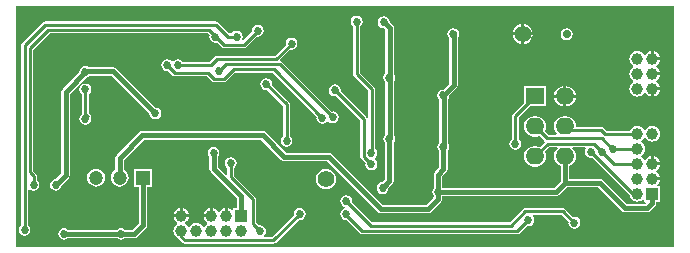
<source format=gbl>
G04 Layer_Physical_Order=2*
G04 Layer_Color=16711680*
%FSLAX24Y24*%
%MOIN*%
G70*
G01*
G75*
%ADD24C,0.0157*%
%ADD25C,0.0098*%
%ADD31C,0.0472*%
%ADD32R,0.0472X0.0472*%
%ADD33C,0.0551*%
%ADD34O,0.0620X0.0550*%
%ADD35R,0.0620X0.0550*%
%ADD36R,0.0394X0.0394*%
%ADD37C,0.0394*%
%ADD38R,0.0394X0.0394*%
%ADD39C,0.0276*%
%ADD40C,0.0270*%
%ADD41C,0.0315*%
G36*
X21989Y-4019D02*
X81D01*
Y4019D01*
X21989D01*
Y-4019D01*
D02*
G37*
%LPC*%
G36*
X2736Y-1411D02*
X2659Y-1421D01*
X2587Y-1451D01*
X2525Y-1499D01*
X2478Y-1561D01*
X2448Y-1633D01*
X2438Y-1710D01*
X2448Y-1787D01*
X2478Y-1859D01*
X2525Y-1921D01*
X2587Y-1969D01*
X2659Y-1999D01*
X2736Y-2009D01*
X2814Y-1999D01*
X2886Y-1969D01*
X2948Y-1921D01*
X2995Y-1859D01*
X3025Y-1787D01*
X3035Y-1710D01*
X3025Y-1633D01*
X2995Y-1561D01*
X2948Y-1499D01*
X2886Y-1451D01*
X2814Y-1421D01*
X2736Y-1411D01*
D02*
G37*
G36*
X10394Y-1422D02*
X10306Y-1433D01*
X10224Y-1467D01*
X10154Y-1521D01*
X10101Y-1591D01*
X10067Y-1672D01*
X10055Y-1760D01*
X10067Y-1848D01*
X10101Y-1929D01*
X10154Y-1999D01*
X10224Y-2053D01*
X10306Y-2087D01*
X10394Y-2098D01*
X10481Y-2087D01*
X10563Y-2053D01*
X10633Y-1999D01*
X10687Y-1929D01*
X10721Y-1848D01*
X10732Y-1760D01*
X10721Y-1672D01*
X10687Y-1591D01*
X10633Y-1521D01*
X10563Y-1467D01*
X10481Y-1433D01*
X10394Y-1422D01*
D02*
G37*
G36*
X12324Y3669D02*
X12248Y3654D01*
X12183Y3611D01*
X12140Y3546D01*
X12125Y3470D01*
X12140Y3394D01*
X12183Y3329D01*
X12248Y3286D01*
X12322Y3271D01*
X12379Y3215D01*
Y1771D01*
X12373Y1767D01*
X12330Y1702D01*
X12315Y1626D01*
X12330Y1550D01*
X12373Y1486D01*
X12379Y1482D01*
Y-269D01*
X12373Y-273D01*
X12330Y-338D01*
X12315Y-414D01*
X12330Y-490D01*
X12372Y-553D01*
Y-1765D01*
X12282Y-1855D01*
X12208Y-1870D01*
X12143Y-1913D01*
X12100Y-1978D01*
X12085Y-2054D01*
X12100Y-2130D01*
X12143Y-2194D01*
X12208Y-2237D01*
X12284Y-2253D01*
X12360Y-2237D01*
X12424Y-2194D01*
X12467Y-2130D01*
X12482Y-2055D01*
X12614Y-1924D01*
X12644Y-1878D01*
X12655Y-1824D01*
Y-553D01*
X12697Y-490D01*
X12713Y-414D01*
X12697Y-338D01*
X12662Y-284D01*
Y1497D01*
X12697Y1550D01*
X12713Y1626D01*
X12697Y1702D01*
X12662Y1756D01*
Y3274D01*
X12651Y3328D01*
X12620Y3374D01*
X12522Y3472D01*
X12507Y3546D01*
X12464Y3611D01*
X12400Y3654D01*
X12324Y3669D01*
D02*
G37*
G36*
X21320Y-998D02*
Y-1200D01*
X21522D01*
X21520Y-1183D01*
X21494Y-1120D01*
X21453Y-1067D01*
X21400Y-1026D01*
X21337Y-1000D01*
X21320Y-998D01*
D02*
G37*
G36*
X2380Y1429D02*
X2304Y1414D01*
X2239Y1371D01*
X2196Y1306D01*
X2181Y1230D01*
X2196Y1154D01*
X2239Y1089D01*
X2269Y1070D01*
Y410D01*
X2239Y391D01*
X2196Y326D01*
X2181Y250D01*
X2196Y174D01*
X2239Y109D01*
X2304Y66D01*
X2380Y51D01*
X2456Y66D01*
X2521Y109D01*
X2564Y174D01*
X2579Y250D01*
X2564Y326D01*
X2564Y326D01*
X2565Y334D01*
X2557Y377D01*
X2532Y413D01*
X2491Y454D01*
Y1070D01*
X2521Y1089D01*
X2564Y1154D01*
X2579Y1230D01*
X2564Y1306D01*
X2521Y1371D01*
X2456Y1414D01*
X2380Y1429D01*
D02*
G37*
G36*
X8414Y1609D02*
X8338Y1594D01*
X8273Y1551D01*
X8230Y1486D01*
X8215Y1410D01*
X8230Y1334D01*
X8273Y1269D01*
X8338Y1226D01*
X8414Y1211D01*
X8448Y1218D01*
X8972Y694D01*
Y-320D01*
X8943Y-339D01*
X8900Y-404D01*
X8885Y-480D01*
X8900Y-556D01*
X8943Y-621D01*
X9008Y-664D01*
X9084Y-679D01*
X9160Y-664D01*
X9224Y-621D01*
X9267Y-556D01*
X9283Y-480D01*
X9267Y-404D01*
X9224Y-339D01*
X9195Y-320D01*
Y740D01*
X9187Y783D01*
X9162Y819D01*
X8606Y1376D01*
X8613Y1410D01*
X8597Y1486D01*
X8554Y1551D01*
X8490Y1594D01*
X8414Y1609D01*
D02*
G37*
G36*
X17734Y1335D02*
X16994D01*
Y787D01*
X16635Y429D01*
X16611Y393D01*
X16602Y350D01*
Y-420D01*
X16573Y-439D01*
X16530Y-504D01*
X16515Y-580D01*
X16530Y-656D01*
X16573Y-721D01*
X16638Y-764D01*
X16714Y-779D01*
X16790Y-764D01*
X16854Y-721D01*
X16897Y-656D01*
X16913Y-580D01*
X16897Y-504D01*
X16854Y-439D01*
X16825Y-420D01*
Y304D01*
X17186Y665D01*
X17734D01*
Y1335D01*
D02*
G37*
G36*
X5520Y-2728D02*
X5503Y-2730D01*
X5441Y-2756D01*
X5387Y-2797D01*
X5346Y-2850D01*
X5320Y-2913D01*
X5318Y-2930D01*
X5520D01*
Y-2728D01*
D02*
G37*
G36*
X11080Y-2291D02*
X11004Y-2306D01*
X10939Y-2349D01*
X10896Y-2414D01*
X10881Y-2490D01*
X10896Y-2566D01*
X10939Y-2631D01*
X11004Y-2674D01*
X11028Y-2679D01*
Y-2729D01*
X10994Y-2736D01*
X10929Y-2779D01*
X10886Y-2844D01*
X10871Y-2920D01*
X10886Y-2996D01*
X10929Y-3061D01*
X10994Y-3104D01*
X11070Y-3119D01*
X11080Y-3117D01*
X11532Y-3569D01*
X11568Y-3593D01*
X11611Y-3601D01*
X16777D01*
X16820Y-3593D01*
X16856Y-3569D01*
X17109Y-3316D01*
X17144Y-3323D01*
X17220Y-3307D01*
X17284Y-3264D01*
X17327Y-3200D01*
X17343Y-3124D01*
X17327Y-3048D01*
X17290Y-2991D01*
X17305Y-2941D01*
X18254D01*
X18488Y-3176D01*
X18481Y-3210D01*
X18496Y-3286D01*
X18539Y-3351D01*
X18604Y-3394D01*
X18680Y-3409D01*
X18756Y-3394D01*
X18821Y-3351D01*
X18864Y-3286D01*
X18879Y-3210D01*
X18864Y-3134D01*
X18821Y-3069D01*
X18756Y-3026D01*
X18680Y-3011D01*
X18646Y-3018D01*
X18379Y-2751D01*
X18343Y-2727D01*
X18300Y-2719D01*
X17044D01*
X17044Y-2719D01*
X17001Y-2727D01*
X16965Y-2751D01*
X16965Y-2751D01*
X16518Y-3199D01*
X11946D01*
X11272Y-2524D01*
X11279Y-2490D01*
X11264Y-2414D01*
X11221Y-2349D01*
X11156Y-2306D01*
X11080Y-2291D01*
D02*
G37*
G36*
X4607Y-1414D02*
X4015D01*
Y-2006D01*
X4166D01*
Y-3228D01*
X3952Y-3441D01*
X3699D01*
X3636Y-3399D01*
X3560Y-3384D01*
X3484Y-3399D01*
X3421Y-3441D01*
X1812D01*
X1811Y-3439D01*
X1746Y-3396D01*
X1670Y-3381D01*
X1594Y-3396D01*
X1529Y-3439D01*
X1486Y-3504D01*
X1471Y-3580D01*
X1486Y-3656D01*
X1529Y-3721D01*
X1594Y-3764D01*
X1670Y-3779D01*
X1746Y-3764D01*
X1805Y-3724D01*
X3421D01*
X3484Y-3766D01*
X3560Y-3782D01*
X3636Y-3766D01*
X3699Y-3724D01*
X4011D01*
X4065Y-3713D01*
X4111Y-3683D01*
X4408Y-3386D01*
X4438Y-3340D01*
X4449Y-3286D01*
Y-2006D01*
X4607D01*
Y-1414D01*
D02*
G37*
G36*
X5620Y-2728D02*
Y-2930D01*
X5823D01*
X5820Y-2913D01*
X5794Y-2850D01*
X5753Y-2797D01*
X5700Y-2756D01*
X5637Y-2730D01*
X5620Y-2728D01*
D02*
G37*
G36*
X14644Y3275D02*
X14568Y3260D01*
X14503Y3217D01*
X14460Y3152D01*
X14445Y3076D01*
X14460Y3000D01*
X14503Y2936D01*
X14509Y2932D01*
Y1429D01*
X14307Y1228D01*
X14238Y1214D01*
X14173Y1171D01*
X14130Y1106D01*
X14115Y1030D01*
X14130Y954D01*
X14173Y889D01*
X14179Y886D01*
Y-541D01*
X14171Y-546D01*
X14128Y-610D01*
X14113Y-686D01*
X14128Y-762D01*
X14170Y-825D01*
Y-1370D01*
X14034Y-1506D01*
X14003Y-1552D01*
X13992Y-1606D01*
Y-2044D01*
X13950Y-2108D01*
X13935Y-2184D01*
X13950Y-2260D01*
X13993Y-2324D01*
X13982Y-2372D01*
X13745Y-2609D01*
X12282D01*
X10591Y-917D01*
X10545Y-886D01*
X10491Y-875D01*
X9069D01*
X8394Y-200D01*
X8348Y-169D01*
X8294Y-159D01*
X4270D01*
X4216Y-169D01*
X4170Y-200D01*
X3420Y-950D01*
X3389Y-996D01*
X3379Y-1050D01*
Y-1449D01*
X3374Y-1451D01*
X3312Y-1499D01*
X3265Y-1561D01*
X3235Y-1633D01*
X3225Y-1710D01*
X3235Y-1787D01*
X3265Y-1859D01*
X3312Y-1921D01*
X3374Y-1969D01*
X3446Y-1999D01*
X3524Y-2009D01*
X3601Y-1999D01*
X3673Y-1969D01*
X3735Y-1921D01*
X3782Y-1859D01*
X3812Y-1787D01*
X3822Y-1710D01*
X3812Y-1633D01*
X3782Y-1561D01*
X3735Y-1499D01*
X3673Y-1451D01*
X3662Y-1446D01*
Y-1109D01*
X4329Y-441D01*
X8235D01*
X8910Y-1117D01*
X8956Y-1147D01*
X9011Y-1158D01*
X10432D01*
X12124Y-2850D01*
X12170Y-2881D01*
X12224Y-2891D01*
X13804D01*
X13858Y-2881D01*
X13904Y-2850D01*
X14240Y-2514D01*
X14271Y-2468D01*
X14282Y-2414D01*
Y-2325D01*
X18060D01*
X18114Y-2314D01*
X18160Y-2284D01*
X18422Y-2021D01*
X19465D01*
X20264Y-2820D01*
X20310Y-2851D01*
X20364Y-2861D01*
X21114D01*
X21168Y-2851D01*
X21214Y-2820D01*
X21370Y-2664D01*
X21401Y-2618D01*
X21411Y-2564D01*
Y-2507D01*
X21527D01*
Y-1993D01*
X21457D01*
X21440Y-1943D01*
X21453Y-1933D01*
X21494Y-1880D01*
X21520Y-1817D01*
X21522Y-1800D01*
X21270D01*
Y-1700D01*
X21522D01*
X21520Y-1683D01*
X21494Y-1620D01*
X21453Y-1567D01*
X21402Y-1527D01*
X21398Y-1501D01*
Y-1499D01*
X21402Y-1473D01*
X21453Y-1433D01*
X21494Y-1380D01*
X21520Y-1317D01*
X21522Y-1300D01*
X21270D01*
Y-1250D01*
X21220D01*
Y-998D01*
X21203Y-1000D01*
X21140Y-1026D01*
X21087Y-1067D01*
X21047Y-1118D01*
X21021Y-1122D01*
X21019D01*
X20993Y-1118D01*
X20953Y-1067D01*
X20902Y-1027D01*
X20898Y-1001D01*
Y-999D01*
X20902Y-973D01*
X20953Y-933D01*
X20994Y-880D01*
X21020Y-817D01*
X21029Y-750D01*
X21020Y-683D01*
X20994Y-620D01*
X20953Y-567D01*
X20902Y-527D01*
X20898Y-501D01*
Y-499D01*
X20902Y-473D01*
X20953Y-433D01*
X20993Y-382D01*
X21019Y-378D01*
X21021D01*
X21047Y-382D01*
X21087Y-433D01*
X21140Y-474D01*
X21203Y-500D01*
X21270Y-509D01*
X21337Y-500D01*
X21400Y-474D01*
X21453Y-433D01*
X21494Y-380D01*
X21520Y-317D01*
X21529Y-250D01*
X21520Y-183D01*
X21494Y-120D01*
X21453Y-67D01*
X21400Y-26D01*
X21337Y0D01*
X21270Y9D01*
X21203Y0D01*
X21140Y-26D01*
X21087Y-67D01*
X21047Y-118D01*
X21021Y-122D01*
X21019D01*
X20993Y-118D01*
X20953Y-67D01*
X20900Y-26D01*
X20837Y0D01*
X20770Y9D01*
X20703Y0D01*
X20640Y-26D01*
X20587Y-67D01*
X20546Y-120D01*
X20538Y-139D01*
X19740D01*
X19652Y-51D01*
X19616Y-27D01*
X19574Y-19D01*
X18753D01*
X18737Y0D01*
X18725Y87D01*
X18691Y169D01*
X18638Y239D01*
X18568Y293D01*
X18486Y326D01*
X18399Y338D01*
X18329D01*
X18241Y326D01*
X18160Y293D01*
X18090Y239D01*
X18036Y169D01*
X18002Y87D01*
X17991Y0D01*
X18002Y-87D01*
X18036Y-169D01*
X18085Y-233D01*
X18073Y-283D01*
X17804D01*
X17691Y-170D01*
X17691Y-169D01*
X17725Y-87D01*
X17737Y0D01*
X17725Y87D01*
X17691Y169D01*
X17638Y239D01*
X17568Y293D01*
X17486Y326D01*
X17399Y338D01*
X17329D01*
X17241Y326D01*
X17160Y293D01*
X17090Y239D01*
X17036Y169D01*
X17002Y87D01*
X16991Y0D01*
X17002Y-87D01*
X17036Y-169D01*
X17090Y-239D01*
X17160Y-293D01*
X17241Y-326D01*
X17329Y-338D01*
X17399D01*
X17486Y-326D01*
X17519Y-313D01*
X17671Y-465D01*
X17682Y-504D01*
X17684Y-522D01*
X17519Y-687D01*
X17486Y-674D01*
X17399Y-662D01*
X17329D01*
X17241Y-674D01*
X17160Y-707D01*
X17090Y-761D01*
X17036Y-831D01*
X17002Y-913D01*
X16991Y-1000D01*
X17002Y-1087D01*
X17036Y-1169D01*
X17090Y-1239D01*
X17160Y-1293D01*
X17241Y-1326D01*
X17329Y-1338D01*
X17399D01*
X17486Y-1326D01*
X17568Y-1293D01*
X17638Y-1239D01*
X17691Y-1169D01*
X17725Y-1087D01*
X17737Y-1000D01*
X17725Y-913D01*
X17691Y-831D01*
X17691Y-830D01*
X17838Y-684D01*
X18109D01*
X18126Y-734D01*
X18090Y-761D01*
X18036Y-831D01*
X18002Y-913D01*
X17991Y-1000D01*
X18002Y-1087D01*
X18036Y-1169D01*
X18090Y-1239D01*
X18160Y-1293D01*
X18222Y-1319D01*
Y-1821D01*
X18001Y-2042D01*
X14275D01*
Y-1665D01*
X14412Y-1528D01*
X14442Y-1482D01*
X14453Y-1428D01*
Y-825D01*
X14496Y-762D01*
X14511Y-686D01*
X14496Y-610D01*
X14462Y-559D01*
Y900D01*
X14497Y954D01*
X14513Y1030D01*
X14512Y1032D01*
X14750Y1270D01*
X14781Y1316D01*
X14792Y1370D01*
Y2947D01*
X14827Y3000D01*
X14843Y3076D01*
X14827Y3152D01*
X14784Y3217D01*
X14720Y3260D01*
X14644Y3275D01*
D02*
G37*
G36*
X6650Y-681D02*
X6574Y-696D01*
X6509Y-739D01*
X6466Y-804D01*
X6451Y-880D01*
X6466Y-956D01*
X6509Y-1019D01*
Y-1406D01*
X6519Y-1461D01*
X6550Y-1506D01*
X7429Y-2385D01*
Y-2723D01*
X7313D01*
Y-2793D01*
X7263Y-2810D01*
X7253Y-2797D01*
X7200Y-2756D01*
X7137Y-2730D01*
X7120Y-2728D01*
Y-2980D01*
X7020D01*
Y-2728D01*
X7003Y-2730D01*
X6941Y-2756D01*
X6887Y-2797D01*
X6848Y-2848D01*
X6821Y-2852D01*
X6820D01*
X6793Y-2848D01*
X6753Y-2797D01*
X6700Y-2756D01*
X6637Y-2730D01*
X6620Y-2728D01*
Y-2980D01*
X6570D01*
Y-3030D01*
X6318D01*
X6320Y-3047D01*
X6346Y-3110D01*
X6387Y-3163D01*
X6438Y-3203D01*
X6442Y-3229D01*
Y-3231D01*
X6438Y-3257D01*
X6387Y-3297D01*
X6348Y-3348D01*
X6321Y-3352D01*
X6320D01*
X6293Y-3348D01*
X6253Y-3297D01*
X6200Y-3256D01*
X6137Y-3230D01*
X6070Y-3221D01*
X6003Y-3230D01*
X5941Y-3256D01*
X5887Y-3297D01*
X5848Y-3348D01*
X5821Y-3352D01*
X5820D01*
X5793Y-3348D01*
X5753Y-3297D01*
X5702Y-3257D01*
X5698Y-3231D01*
Y-3229D01*
X5702Y-3203D01*
X5753Y-3163D01*
X5794Y-3110D01*
X5820Y-3047D01*
X5823Y-3030D01*
X5318D01*
X5320Y-3047D01*
X5346Y-3110D01*
X5387Y-3163D01*
X5438Y-3203D01*
X5442Y-3229D01*
Y-3231D01*
X5438Y-3257D01*
X5387Y-3297D01*
X5346Y-3350D01*
X5320Y-3413D01*
X5311Y-3480D01*
X5320Y-3547D01*
X5346Y-3610D01*
X5387Y-3663D01*
X5441Y-3704D01*
X5466Y-3715D01*
X5467Y-3723D01*
X5491Y-3759D01*
X5611Y-3879D01*
X5647Y-3903D01*
X5690Y-3911D01*
X8644D01*
X8686Y-3903D01*
X8722Y-3879D01*
X9489Y-3112D01*
X9524Y-3119D01*
X9600Y-3104D01*
X9664Y-3061D01*
X9707Y-2996D01*
X9723Y-2920D01*
X9707Y-2844D01*
X9664Y-2779D01*
X9600Y-2736D01*
X9524Y-2721D01*
X9448Y-2736D01*
X9383Y-2779D01*
X9340Y-2844D01*
X9325Y-2920D01*
X9332Y-2954D01*
X8598Y-3689D01*
X8347D01*
X8332Y-3639D01*
X8344Y-3631D01*
X8387Y-3566D01*
X8403Y-3490D01*
X8387Y-3414D01*
X8344Y-3349D01*
X8280Y-3306D01*
X8204Y-3291D01*
X8169Y-3298D01*
X8065Y-3194D01*
Y-2420D01*
X8057Y-2377D01*
X8032Y-2341D01*
X7335Y-1644D01*
Y-1387D01*
X7364Y-1367D01*
X7407Y-1302D01*
X7423Y-1226D01*
X7407Y-1150D01*
X7364Y-1086D01*
X7300Y-1043D01*
X7224Y-1028D01*
X7148Y-1043D01*
X7083Y-1086D01*
X7040Y-1150D01*
X7025Y-1226D01*
X7040Y-1302D01*
X7083Y-1367D01*
X7112Y-1387D01*
Y-1603D01*
X7066Y-1622D01*
X6792Y-1348D01*
Y-1019D01*
X6834Y-956D01*
X6849Y-880D01*
X6834Y-804D01*
X6791Y-739D01*
X6726Y-696D01*
X6650Y-681D01*
D02*
G37*
G36*
X6520Y-2728D02*
X6503Y-2730D01*
X6441Y-2756D01*
X6387Y-2797D01*
X6346Y-2850D01*
X6320Y-2913D01*
X6318Y-2930D01*
X6520D01*
Y-2728D01*
D02*
G37*
G36*
X2380Y2019D02*
X2304Y2004D01*
X2239Y1961D01*
X2196Y1896D01*
X2181Y1820D01*
X2183Y1813D01*
X1618Y1248D01*
X1587Y1202D01*
X1576Y1148D01*
Y-1568D01*
X1393Y-1751D01*
X1318Y-1766D01*
X1254Y-1809D01*
X1210Y-1874D01*
X1195Y-1950D01*
X1210Y-2026D01*
X1254Y-2091D01*
X1318Y-2134D01*
X1394Y-2149D01*
X1470Y-2134D01*
X1535Y-2091D01*
X1578Y-2026D01*
X1593Y-1952D01*
X1818Y-1726D01*
X1849Y-1680D01*
X1859Y-1626D01*
Y1089D01*
X2394Y1624D01*
X2456Y1636D01*
X2521Y1679D01*
X2527Y1689D01*
X3255D01*
X4515Y428D01*
X4530Y354D01*
X4573Y289D01*
X4638Y246D01*
X4714Y231D01*
X4790Y246D01*
X4854Y289D01*
X4897Y354D01*
X4913Y430D01*
X4897Y506D01*
X4854Y571D01*
X4790Y614D01*
X4715Y629D01*
X3414Y1930D01*
X3368Y1961D01*
X3314Y1971D01*
X2504D01*
X2456Y2004D01*
X2380Y2019D01*
D02*
G37*
G36*
X16904Y3036D02*
X16622D01*
X16627Y2999D01*
X16661Y2917D01*
X16714Y2847D01*
X16784Y2793D01*
X16866Y2759D01*
X16904Y2754D01*
Y3036D01*
D02*
G37*
G36*
X9250Y2959D02*
X9174Y2944D01*
X9109Y2901D01*
X9066Y2836D01*
X9051Y2760D01*
X9058Y2726D01*
X8684Y2351D01*
X6750D01*
X6750Y2351D01*
X6707Y2343D01*
X6671Y2319D01*
X6504Y2151D01*
X5620D01*
X5601Y2181D01*
X5536Y2224D01*
X5460Y2239D01*
X5384Y2224D01*
X5319Y2181D01*
X5310Y2166D01*
X5260D01*
X5251Y2181D01*
X5186Y2224D01*
X5110Y2239D01*
X5034Y2224D01*
X4969Y2181D01*
X4926Y2116D01*
X4911Y2040D01*
X4926Y1964D01*
X4969Y1899D01*
X5034Y1856D01*
X5110Y1841D01*
X5148Y1849D01*
X5280Y1717D01*
X5316Y1693D01*
X5359Y1684D01*
X6408D01*
X6591Y1501D01*
X6627Y1477D01*
X6670Y1469D01*
X7000D01*
X7043Y1477D01*
X7079Y1501D01*
X7366Y1789D01*
X8624D01*
X10088Y324D01*
X10081Y290D01*
X10096Y214D01*
X10139Y149D01*
X10204Y106D01*
X10280Y91D01*
X10356Y106D01*
X10421Y149D01*
X10428Y161D01*
X10478D01*
X10479Y159D01*
X10544Y116D01*
X10620Y101D01*
X10696Y116D01*
X10761Y159D01*
X10804Y224D01*
X10819Y300D01*
X10804Y376D01*
X10761Y441D01*
X10696Y484D01*
X10620Y499D01*
X10586Y492D01*
X8929Y2149D01*
X8893Y2173D01*
X8891Y2173D01*
X8875Y2227D01*
X9216Y2568D01*
X9250Y2561D01*
X9326Y2576D01*
X9391Y2619D01*
X9434Y2684D01*
X9449Y2760D01*
X9434Y2836D01*
X9391Y2901D01*
X9326Y2944D01*
X9250Y2959D01*
D02*
G37*
G36*
X21320Y2502D02*
Y2300D01*
X21522D01*
X21520Y2317D01*
X21494Y2380D01*
X21453Y2433D01*
X21400Y2474D01*
X21337Y2500D01*
X21320Y2502D01*
D02*
G37*
G36*
X17286Y3036D02*
X17004D01*
Y2754D01*
X17041Y2759D01*
X17123Y2793D01*
X17193Y2847D01*
X17247Y2917D01*
X17281Y2999D01*
X17286Y3036D01*
D02*
G37*
G36*
X16904Y3418D02*
X16866Y3413D01*
X16784Y3379D01*
X16714Y3326D01*
X16661Y3256D01*
X16627Y3174D01*
X16622Y3136D01*
X16904D01*
Y3418D01*
D02*
G37*
G36*
X6728Y3504D02*
X1036D01*
X993Y3495D01*
X957Y3471D01*
X271Y2785D01*
X247Y2749D01*
X239Y2706D01*
Y-3290D01*
X209Y-3309D01*
X166Y-3374D01*
X151Y-3450D01*
X166Y-3526D01*
X209Y-3591D01*
X274Y-3634D01*
X350Y-3649D01*
X426Y-3634D01*
X491Y-3591D01*
X534Y-3526D01*
X549Y-3450D01*
X534Y-3374D01*
X491Y-3309D01*
X461Y-3290D01*
Y-2109D01*
X500Y-2094D01*
X511Y-2092D01*
X574Y-2134D01*
X650Y-2149D01*
X726Y-2134D01*
X791Y-2091D01*
X834Y-2026D01*
X849Y-1950D01*
X834Y-1874D01*
X791Y-1809D01*
X761Y-1790D01*
Y-1656D01*
X753Y-1614D01*
X729Y-1578D01*
X729Y-1578D01*
X640Y-1488D01*
Y2558D01*
X1184Y3103D01*
X6460D01*
X6521Y3041D01*
X6511Y2990D01*
X6526Y2914D01*
X6569Y2849D01*
X6634Y2806D01*
X6710Y2791D01*
X6761Y2801D01*
X6925Y2637D01*
X6925Y2637D01*
X6962Y2613D01*
X7004Y2604D01*
X7656D01*
X7698Y2613D01*
X7735Y2637D01*
X8096Y2998D01*
X8130Y2991D01*
X8206Y3006D01*
X8271Y3049D01*
X8314Y3114D01*
X8329Y3190D01*
X8314Y3266D01*
X8271Y3331D01*
X8206Y3374D01*
X8130Y3389D01*
X8054Y3374D01*
X7989Y3331D01*
X7946Y3266D01*
X7931Y3190D01*
X7938Y3156D01*
X7647Y2864D01*
X7635Y2866D01*
X7610Y2909D01*
X7609Y2920D01*
X7623Y2990D01*
X7607Y3066D01*
X7564Y3131D01*
X7500Y3174D01*
X7424Y3189D01*
X7348Y3174D01*
X7283Y3131D01*
X7264Y3101D01*
X7176D01*
X6807Y3471D01*
X6770Y3495D01*
X6728Y3504D01*
D02*
G37*
G36*
X18424Y3268D02*
X18347Y3253D01*
X18281Y3209D01*
X18237Y3143D01*
X18222Y3066D01*
X18237Y2989D01*
X18281Y2924D01*
X18347Y2880D01*
X18424Y2865D01*
X18501Y2880D01*
X18566Y2924D01*
X18610Y2989D01*
X18625Y3066D01*
X18610Y3143D01*
X18566Y3209D01*
X18501Y3253D01*
X18424Y3268D01*
D02*
G37*
G36*
X17004Y3418D02*
Y3136D01*
X17286D01*
X17281Y3174D01*
X17247Y3256D01*
X17193Y3326D01*
X17123Y3379D01*
X17041Y3413D01*
X17004Y3418D01*
D02*
G37*
G36*
X18730Y950D02*
X18414D01*
Y664D01*
X18486Y674D01*
X18568Y707D01*
X18638Y761D01*
X18691Y831D01*
X18725Y913D01*
X18730Y950D01*
D02*
G37*
G36*
X18314D02*
X17997D01*
X18002Y913D01*
X18036Y831D01*
X18090Y761D01*
X18160Y707D01*
X18241Y674D01*
X18314Y664D01*
Y950D01*
D02*
G37*
G36*
X11420Y3689D02*
X11344Y3674D01*
X11279Y3631D01*
X11236Y3566D01*
X11221Y3490D01*
X11236Y3414D01*
X11279Y3349D01*
X11309Y3330D01*
Y1820D01*
X11297Y1803D01*
X11289Y1760D01*
X11297Y1717D01*
X11321Y1681D01*
X11809Y1194D01*
Y301D01*
X11783Y293D01*
X11759Y293D01*
X11739Y322D01*
X11739Y322D01*
X10885Y1176D01*
X10890Y1200D01*
X10875Y1276D01*
X10832Y1341D01*
X10767Y1384D01*
X10691Y1399D01*
X10615Y1384D01*
X10550Y1341D01*
X10507Y1276D01*
X10492Y1200D01*
X10507Y1124D01*
X10550Y1059D01*
X10615Y1016D01*
X10691Y1001D01*
X10736Y1010D01*
X11549Y198D01*
Y-478D01*
X11548Y-480D01*
Y-1010D01*
X11557Y-1052D01*
X11581Y-1088D01*
X11722Y-1229D01*
X11715Y-1264D01*
X11730Y-1340D01*
X11773Y-1404D01*
X11838Y-1447D01*
X11914Y-1463D01*
X11990Y-1447D01*
X12054Y-1404D01*
X12097Y-1340D01*
X12113Y-1264D01*
X12097Y-1188D01*
X12054Y-1123D01*
X12025Y-1104D01*
Y-1044D01*
X12054Y-1024D01*
X12097Y-960D01*
X12113Y-884D01*
X12097Y-808D01*
X12054Y-743D01*
X12031Y-728D01*
Y1240D01*
X12031Y1240D01*
X12023Y1283D01*
X11999Y1319D01*
X11531Y1786D01*
Y3330D01*
X11561Y3349D01*
X11604Y3414D01*
X11619Y3490D01*
X11604Y3566D01*
X11561Y3631D01*
X11496Y3674D01*
X11420Y3689D01*
D02*
G37*
G36*
X20770Y2509D02*
X20703Y2500D01*
X20640Y2474D01*
X20587Y2433D01*
X20546Y2380D01*
X20520Y2317D01*
X20511Y2250D01*
X20520Y2183D01*
X20546Y2120D01*
X20587Y2067D01*
X20638Y2027D01*
X20642Y2001D01*
Y1999D01*
X20638Y1973D01*
X20587Y1933D01*
X20546Y1880D01*
X20520Y1817D01*
X20511Y1750D01*
X20520Y1683D01*
X20546Y1620D01*
X20587Y1567D01*
X20638Y1527D01*
X20642Y1501D01*
Y1499D01*
X20638Y1473D01*
X20587Y1433D01*
X20546Y1380D01*
X20520Y1317D01*
X20511Y1250D01*
X20520Y1183D01*
X20546Y1120D01*
X20587Y1067D01*
X20640Y1026D01*
X20703Y1000D01*
X20770Y991D01*
X20837Y1000D01*
X20900Y1026D01*
X20953Y1067D01*
X20993Y1118D01*
X21019Y1122D01*
X21021D01*
X21047Y1118D01*
X21087Y1067D01*
X21140Y1026D01*
X21203Y1000D01*
X21220Y998D01*
Y1250D01*
X21270D01*
Y1300D01*
X21522D01*
X21520Y1317D01*
X21494Y1380D01*
X21453Y1433D01*
X21402Y1473D01*
X21398Y1499D01*
Y1501D01*
X21402Y1527D01*
X21453Y1567D01*
X21494Y1620D01*
X21520Y1683D01*
X21522Y1700D01*
X21270D01*
Y1800D01*
X21522D01*
X21520Y1817D01*
X21494Y1880D01*
X21453Y1933D01*
X21402Y1973D01*
X21398Y1999D01*
Y2001D01*
X21402Y2027D01*
X21453Y2067D01*
X21494Y2120D01*
X21520Y2183D01*
X21522Y2200D01*
X21270D01*
Y2250D01*
X21220D01*
Y2502D01*
X21203Y2500D01*
X21140Y2474D01*
X21087Y2433D01*
X21047Y2382D01*
X21021Y2378D01*
X21019D01*
X20993Y2382D01*
X20953Y2433D01*
X20900Y2474D01*
X20837Y2500D01*
X20770Y2509D01*
D02*
G37*
G36*
X18414Y1336D02*
Y1050D01*
X18730D01*
X18725Y1087D01*
X18691Y1169D01*
X18638Y1239D01*
X18568Y1293D01*
X18486Y1326D01*
X18414Y1336D01*
D02*
G37*
G36*
X18314D02*
X18241Y1326D01*
X18160Y1293D01*
X18090Y1239D01*
X18036Y1169D01*
X18002Y1087D01*
X17997Y1050D01*
X18314D01*
Y1336D01*
D02*
G37*
G36*
X21522Y1200D02*
X21320D01*
Y998D01*
X21337Y1000D01*
X21400Y1026D01*
X21453Y1067D01*
X21494Y1120D01*
X21520Y1183D01*
X21522Y1200D01*
D02*
G37*
%LPD*%
G36*
X19063Y-734D02*
X19040Y-768D01*
X19025Y-844D01*
X19040Y-920D01*
X19083Y-984D01*
X19148Y-1027D01*
X19224Y-1043D01*
X19258Y-1036D01*
X20517Y-2294D01*
X20520Y-2317D01*
X20546Y-2380D01*
X20587Y-2433D01*
X20640Y-2474D01*
X20703Y-2500D01*
X20770Y-2509D01*
X20837Y-2500D01*
X20900Y-2474D01*
X20953Y-2433D01*
X20963Y-2420D01*
X21013Y-2437D01*
Y-2507D01*
X21033D01*
X21058Y-2557D01*
X21041Y-2579D01*
X20422D01*
X19624Y-1780D01*
X19578Y-1749D01*
X19524Y-1739D01*
X18505D01*
Y-1319D01*
X18568Y-1293D01*
X18638Y-1239D01*
X18691Y-1169D01*
X18725Y-1087D01*
X18737Y-1000D01*
X18725Y-913D01*
X18691Y-831D01*
X18638Y-761D01*
X18602Y-734D01*
X18619Y-684D01*
X19036D01*
X19063Y-734D01*
D02*
G37*
D24*
X1394Y-1950D02*
X1718Y-1626D01*
X12520Y-344D02*
Y3274D01*
X12324Y3470D02*
X12520Y3274D01*
X14650Y1370D02*
Y3120D01*
X14320Y1040D02*
X14650Y1370D01*
X14320Y-686D02*
Y1040D01*
X14134Y-1606D02*
X14312Y-1428D01*
X14140Y-2414D02*
Y-2184D01*
X14134D02*
Y-1606D01*
X14312Y-1428D02*
Y-686D01*
X18364Y-1880D02*
Y-1000D01*
X18060Y-2184D02*
X18364Y-1880D01*
X14140Y-2184D02*
X18060D01*
X14134D02*
X14140D01*
X12514Y-414D02*
Y-344D01*
Y-1824D02*
Y-414D01*
X12284Y-2054D02*
X12514Y-1824D01*
X13804Y-2750D02*
X14140Y-2414D01*
X12224Y-2750D02*
X13804D01*
X10491Y-1017D02*
X12224Y-2750D01*
X3314Y1830D02*
X4714Y430D01*
X4307Y-3286D02*
Y-1730D01*
X4011Y-3583D02*
X4307Y-3286D01*
X3560Y-3583D02*
X4011D01*
X3520Y-1730D02*
Y-1050D01*
X4270Y-300D01*
X19524Y-1880D02*
X20364Y-2720D01*
X18364Y-1880D02*
X19524D01*
X21270Y-2564D02*
Y-2230D01*
X21114Y-2720D02*
X21270Y-2564D01*
X20364Y-2720D02*
X21114D01*
X1670Y-3583D02*
X3560D01*
X4270Y-300D02*
X8294D01*
X9011Y-1017D01*
X10491D01*
X6650Y-1406D02*
Y-880D01*
Y-1406D02*
X7570Y-2326D01*
Y-2980D02*
Y-2326D01*
X1718Y-1626D02*
Y1148D01*
X2400Y1830D01*
X3314D01*
D25*
X11420Y1740D02*
Y3490D01*
Y1740D02*
X11920Y1240D01*
X7130Y2990D02*
X7424D01*
X6728Y3392D02*
X7130Y2990D01*
X1036Y3392D02*
X6728D01*
X7004Y2716D02*
X7656D01*
X6506Y3214D02*
X7004Y2716D01*
X1138Y3214D02*
X6506D01*
X7656Y2716D02*
X8130Y3190D01*
X6750Y2240D02*
X8730D01*
X528Y2604D02*
X1138Y3214D01*
X528Y-1534D02*
Y2604D01*
Y-1534D02*
X650Y-1656D01*
X350Y2706D02*
X1036Y3392D01*
X350Y-3450D02*
Y2706D01*
X20630Y-2250D02*
X20770D01*
X19224Y-844D02*
X20630Y-2250D01*
X11660Y-1010D02*
Y-480D01*
Y-1010D02*
X11914Y-1264D01*
X11900Y-3310D02*
X16564D01*
X11611Y-3490D02*
X16777D01*
X11080Y-2490D02*
X11900Y-3310D01*
X16564D02*
X17044Y-2830D01*
X11070Y-2949D02*
X11611Y-3490D01*
X16777D02*
X17144Y-3124D01*
X650Y-1950D02*
Y-1656D01*
X7954Y-3240D02*
X8204Y-3490D01*
X5570Y-3680D02*
X5690Y-3800D01*
X17758Y-394D02*
X19586D01*
X20002Y-712D02*
X20040Y-750D01*
X19586Y-394D02*
X19942Y-750D01*
X19964D01*
X20750Y-1250D02*
X20770Y-1230D01*
X20750Y-1250D02*
X20770D01*
X20002D02*
X20750D01*
X19594Y-842D02*
X20002Y-1250D01*
X19574Y-130D02*
X19694Y-250D01*
X18494Y-130D02*
X19574D01*
X18364Y0D02*
X18494Y-130D01*
X19694Y-250D02*
X20770D01*
X19324Y-572D02*
X19594Y-842D01*
X17792Y-572D02*
X19324D01*
X5570Y-3680D02*
Y-3480D01*
X20040Y-750D02*
X20770D01*
X11660Y-480D02*
Y244D01*
X11660Y-480D02*
X11660Y-480D01*
X16714Y350D02*
X17364Y1000D01*
X16714Y-580D02*
Y350D01*
X17364Y0D02*
X17758Y-394D01*
X17364Y-1000D02*
X17792Y-572D01*
X11070Y-2949D02*
Y-2920D01*
X11920Y-770D02*
Y1240D01*
X7224Y-1690D02*
Y-1226D01*
Y-1690D02*
X7954Y-2420D01*
Y-3240D02*
Y-2420D01*
X10697Y1206D02*
X11660Y244D01*
X9084Y-480D02*
Y740D01*
X8414Y1410D02*
X9084Y740D01*
X8644Y-3800D02*
X9524Y-2920D01*
X5690Y-3800D02*
X8644D01*
X6820Y1830D02*
X7060Y2070D01*
X7000Y1580D02*
X7320Y1900D01*
X6550Y2040D02*
X6750Y2240D01*
X6670Y1580D02*
X7000D01*
X6454Y1796D02*
X6670Y1580D01*
X7320Y1900D02*
X8670D01*
X10280Y290D01*
X8850Y2070D02*
X10620Y300D01*
X7060Y2070D02*
X8850D01*
X2380Y408D02*
X2454Y334D01*
X2380Y408D02*
Y1230D01*
X5460Y2040D02*
X6550D01*
X5110D02*
X5115D01*
X5359Y1796D01*
X6454D01*
X18300Y-2830D02*
X18680Y-3210D01*
X17044Y-2830D02*
X18300D01*
X8730Y2240D02*
X9250Y2760D01*
D31*
X3524Y-1710D02*
D03*
X2736D02*
D03*
D32*
X4311D02*
D03*
D33*
X10394Y-1760D02*
D03*
X16954Y3086D02*
D03*
D34*
X17364Y-1000D02*
D03*
Y0D02*
D03*
X18364Y-1000D02*
D03*
Y0D02*
D03*
Y1000D02*
D03*
D35*
X17364D02*
D03*
D36*
X21270Y-2250D02*
D03*
D37*
X20770D02*
D03*
X21270Y-1750D02*
D03*
X20770D02*
D03*
X21270Y-1250D02*
D03*
X20770D02*
D03*
Y-750D02*
D03*
X21270Y-250D02*
D03*
X20770D02*
D03*
X21270Y1250D02*
D03*
X20770D02*
D03*
X21270Y1750D02*
D03*
X20770D02*
D03*
X21270Y2250D02*
D03*
X20770D02*
D03*
X5570Y-3480D02*
D03*
Y-2980D02*
D03*
X6070Y-3480D02*
D03*
X6570D02*
D03*
Y-2980D02*
D03*
X7070Y-3480D02*
D03*
Y-2980D02*
D03*
X7570Y-3480D02*
D03*
D38*
Y-2980D02*
D03*
D39*
X18424Y3066D02*
D03*
D40*
X10450Y1440D02*
D03*
X8130Y3190D02*
D03*
X11140Y3240D02*
D03*
X11690Y3250D02*
D03*
X11420Y3490D02*
D03*
X9214Y-3650D02*
D03*
X14314Y1030D02*
D03*
X2394Y-2660D02*
D03*
X17724Y3750D02*
D03*
X14724Y3710D02*
D03*
X13392Y-790D02*
D03*
X15394Y-1680D02*
D03*
X13394Y-2450D02*
D03*
X5554Y-2220D02*
D03*
X1144Y430D02*
D03*
X8204Y-3490D02*
D03*
X1224Y2860D02*
D03*
X1204Y3650D02*
D03*
X5344D02*
D03*
X7424Y2990D02*
D03*
X19964Y-750D02*
D03*
X19594Y270D02*
D03*
X4764Y-1110D02*
D03*
X3504Y460D02*
D03*
X4084Y480D02*
D03*
X4714Y430D02*
D03*
X7224Y-1226D02*
D03*
X5330Y2940D02*
D03*
X3620Y3720D02*
D03*
X16144Y-3770D02*
D03*
X11904D02*
D03*
X8274Y-2600D02*
D03*
X18824Y-1420D02*
D03*
X16714Y-580D02*
D03*
X19224Y-844D02*
D03*
X1670Y-3580D02*
D03*
X6650Y-880D02*
D03*
X8320Y70D02*
D03*
Y-830D02*
D03*
X12514Y1626D02*
D03*
X1394Y-1950D02*
D03*
X20874Y3406D02*
D03*
X19934Y2696D02*
D03*
X16804Y1966D02*
D03*
X19264Y1796D02*
D03*
X18544Y1986D02*
D03*
X19594Y-842D02*
D03*
X17864Y-1440D02*
D03*
X21384Y456D02*
D03*
X19594Y1260D02*
D03*
X3904Y-2680D02*
D03*
X12284Y-2054D02*
D03*
X11360Y-410D02*
D03*
X9890Y-2130D02*
D03*
X11514Y-2530D02*
D03*
X14984Y1640D02*
D03*
X13394Y996D02*
D03*
X17794Y-3484D02*
D03*
X19164Y-3494D02*
D03*
X2754Y-3090D02*
D03*
X4744Y-3200D02*
D03*
X16164Y1440D02*
D03*
X16254Y-70D02*
D03*
X14354Y1630D02*
D03*
X14312Y-686D02*
D03*
X13854Y-1474D02*
D03*
X13012Y-220D02*
D03*
X11914Y-1264D02*
D03*
X12514Y-414D02*
D03*
X13414Y3120D02*
D03*
X16654Y-1454D02*
D03*
X1710Y1680D02*
D03*
X650Y-1950D02*
D03*
X11934Y-1770D02*
D03*
X3600Y2880D02*
D03*
X3574Y-3080D02*
D03*
X13834Y1976D02*
D03*
X11070Y-2920D02*
D03*
X11080Y-2490D02*
D03*
X17144Y-3124D02*
D03*
X20694Y-3094D02*
D03*
X16154Y-2660D02*
D03*
X13114Y-3040D02*
D03*
X14874Y-60D02*
D03*
X5544Y-1610D02*
D03*
X9354Y-1630D02*
D03*
X11914Y-884D02*
D03*
X12214Y-590D02*
D03*
X1020Y-1950D02*
D03*
X18954Y270D02*
D03*
X20164D02*
D03*
X15564Y-50D02*
D03*
X14134Y-2184D02*
D03*
X14644Y3076D02*
D03*
X1140Y-470D02*
D03*
X3560Y-3583D02*
D03*
X2114Y-520D02*
D03*
X3164Y-2680D02*
D03*
X350Y-3450D02*
D03*
X8414Y1410D02*
D03*
X12220Y1160D02*
D03*
X10691Y1200D02*
D03*
X9084Y-480D02*
D03*
X9524Y-2920D02*
D03*
X10264Y-3220D02*
D03*
X12324Y3470D02*
D03*
X13154Y2330D02*
D03*
X6100Y1070D02*
D03*
X6820Y1830D02*
D03*
X4950Y2410D02*
D03*
X11440Y1140D02*
D03*
X12950Y3610D02*
D03*
X10620Y300D02*
D03*
X10280Y290D02*
D03*
X4770Y1210D02*
D03*
X2380Y1820D02*
D03*
Y1230D02*
D03*
Y250D02*
D03*
X5460Y2040D02*
D03*
X5110D02*
D03*
X18680Y-3210D02*
D03*
X8100Y3570D02*
D03*
X9250Y2760D02*
D03*
X6710Y2990D02*
D03*
D41*
X902Y-2880D02*
D03*
X1138D02*
D03*
M02*

</source>
